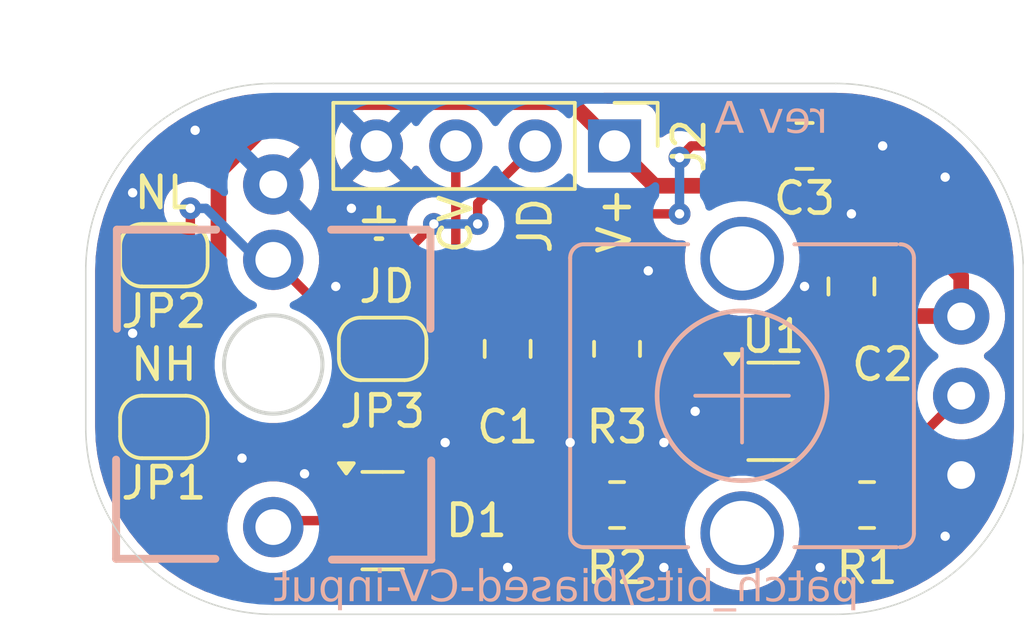
<source format=kicad_pcb>
(kicad_pcb (version 20241229) (generator "pcbnew") (generator_version "9.0")
  (layers (0 "F.Cu" signal) (2 "B.Cu" power) (13 "F.Paste" user) (15 "B.Paste" user) (5 "F.SilkS" user "F.Silkscreen") (7 "B.SilkS" user "B.Silkscreen") (1 "F.Mask" user) (3 "B.Mask" user) (25 "Edge.Cuts" user))
  (net 0 "")
  (net 1 "Net-(C1-Pad1)")
  (net 2 "/CV")
  (net 3 "+3.3V")
  (net 4 "GND")
  (net 5 "Net-(D1-COM)")
  (net 6 "Net-(J1-SW)")
  (net 7 "/JACK_DETECT")
  (net 8 "Net-(U1-+)")
  (net 9 "Net-(R1-Pad1)")
  (net 10 "Net-(U1--)")
  (footprint "Capacitor_SMD:C_0805_2012Metric" (layer "F.Cu") (at 128 62 180)
    (property "Reference" "C3" (at 0 -1.68 0) (layer "F.SilkS"))
    (property "Value" "100nF")
    (fp_line (start -0.261252 0.735) (end 0.261252 0.735) (stroke (width 0.12)) (layer "F.SilkS"))
    (fp_line (start -0.261252 -0.735) (end 0.261252 -0.735) (stroke (width 0.12)) (layer "F.SilkS"))
    (pad "1" smd roundrect (at -0.95 0 180) (size 1 1.45) (layers "F.Cu" "F.Mask" "F.Paste") (net 4 "GND"))
    (pad "2" smd roundrect (at 0.95 0 180) (size 1 1.45) (layers "F.Cu" "F.Mask" "F.Paste") (net 2 "/CV"))
  )
  (footprint "Connector_PinHeader_2.54mm:PinHeader_1x04_P2.54mm_Vertical" (layer "F.Cu") (at 121.92 62 -90)
    (property "Reference" "J2" (at 0 -2.38 90) (layer "F.SilkS"))
    (property "Value" "Conn_01x04")
    (fp_line (start -1.38 9) (end 1.38 9) (stroke (width 0.12)) (layer "F.SilkS"))
    (fp_line (start -1.38 1.27) (end -1.38 9) (stroke (width 0.12)) (layer "F.SilkS"))
    (fp_line (start -1.38 1.27) (end 1.38 1.27) (stroke (width 0.12)) (layer "F.SilkS"))
    (fp_line (start 1.38 1.27) (end 1.38 9) (stroke (width 0.12)) (layer "F.SilkS"))
    (fp_line (start -1.38 0) (end -1.38 -1.38) (stroke (width 0.12)) (layer "F.SilkS"))
    (fp_line (start -1.38 -1.38) (end 0 -1.38) (stroke (width 0.12)) (layer "F.SilkS"))
    (pad "1" thru_hole rect (at 0 0 270) (size 1.7 1.7) (drill 1) (layers "*.Cu" "*.Mask") (net 3 "+3.3V"))
    (pad "2" thru_hole circle (at 0 2.54 270) (size 1.7 1.7) (drill 1) (layers "*.Cu" "*.Mask") (net 7 "/JACK_DETECT"))
    (pad "3" thru_hole circle (at 0 5.08 270) (size 1.7 1.7) (drill 1) (layers "*.Cu" "*.Mask") (net 2 "/CV"))
    (pad "4" thru_hole circle (at 0 7.62 270) (size 1.7 1.7) (drill 1) (layers "*.Cu" "*.Mask") (net 4 "GND"))
  )
  (footprint "Capacitor_SMD:C_0805_2012Metric" (layer "F.Cu") (at 118.5 68.5 90)
    (property "Reference" "C1" (at -2.5 0 180) (layer "F.SilkS"))
    (property "Value" "100nF")
    (fp_line (start -0.261252 -0.735) (end 0.261252 -0.735) (stroke (width 0.12)) (layer "F.SilkS"))
    (fp_line (start -0.261252 0.735) (end 0.261252 0.735) (stroke (width 0.12)) (layer "F.SilkS"))
    (pad "1" smd roundrect (at -0.95 0 90) (size 1 1.45) (layers "F.Cu" "F.Mask" "F.Paste") (net 1 "Net-(C1-Pad1)"))
    (pad "2" smd roundrect (at 0.95 0 90) (size 1 1.45) (layers "F.Cu" "F.Mask" "F.Paste") (net 2 "/CV"))
  )
  (footprint "Resistor_SMD:R_0805_2012Metric" (layer "F.Cu") (at 122 73.5)
    (property "Reference" "R2" (at 0 2 0) (layer "F.SilkS"))
    (property "Value" "100k")
    (fp_line (start -0.227064 -0.735) (end 0.227064 -0.735) (stroke (width 0.12)) (layer "F.SilkS"))
    (fp_line (start -0.227064 0.735) (end 0.227064 0.735) (stroke (width 0.12)) (layer "F.SilkS"))
    (pad "1" smd roundrect (at -0.9125 0) (size 1.025 1.4) (layers "F.Cu" "F.Mask" "F.Paste") (roundrect_rratio 0.243902) (net 5 "Net-(D1-COM)"))
    (pad "2" smd roundrect (at 0.9125 0) (size 1.025 1.4) (layers "F.Cu" "F.Mask" "F.Paste") (roundrect_rratio 0.243902) (net 8 "Net-(U1-+)"))
  )
  (footprint "Package_TO_SOT_SMD:SOT-23-5" (layer "F.Cu") (at 127 70.5)
    (property "Reference" "U1" (at 0 -2.4 0) (layer "F.SilkS"))
    (property "Value" "TLV9061xDBV")
    (fp_line (start 0 -1.56) (end -0.8 -1.56) (stroke (width 0.12)) (layer "F.SilkS"))
    (fp_line (start 0 -1.56) (end 0.8 -1.56) (stroke (width 0.12)) (layer "F.SilkS"))
    (fp_line (start 0 1.56) (end -0.8 1.56) (stroke (width 0.12)) (layer "F.SilkS"))
    (fp_line (start 0 1.56) (end 0.8 1.56) (stroke (width 0.12)) (layer "F.SilkS"))
    (fp_poly (pts (xy -1.3 -1.51) (xy -1.54 -1.84) (xy -1.06 -1.84)) (stroke (width 0.12)) (fill yes) (layer "F.SilkS"))
    (pad "1" smd roundrect (at -1.1375 -0.95) (size 1.325 0.6) (layers "F.Cu" "F.Mask" "F.Paste") (net 10 "Net-(U1--)"))
    (pad "2" smd roundrect (at -1.1375 0) (size 1.325 0.6) (layers "F.Cu" "F.Mask" "F.Paste") (net 4 "GND"))
    (pad "3" smd roundrect (at -1.1375 0.95) (size 1.325 0.6) (layers "F.Cu" "F.Mask" "F.Paste") (net 8 "Net-(U1-+)"))
    (pad "4" smd roundrect (at 1.1375 0.95) (size 1.325 0.6) (layers "F.Cu" "F.Mask" "F.Paste") (net 10 "Net-(U1--)"))
    (pad "5" smd roundrect (at 1.1375 -0.95) (size 1.325 0.6) (layers "F.Cu" "F.Mask" "F.Paste") (net 3 "+3.3V"))
  )
  (footprint "Capacitor_SMD:C_0805_2012Metric" (layer "F.Cu") (at 129.5 66.5 -90)
    (property "Reference" "C2" (at 2.5 -1 180) (layer "F.SilkS"))
    (property "Value" "100nF")
    (fp_line (start -0.261252 0.735) (end 0.261252 0.735) (stroke (width 0.12)) (layer "F.SilkS"))
    (fp_line (start -0.261252 -0.735) (end 0.261252 -0.735) (stroke (width 0.12)) (layer "F.SilkS"))
    (pad "1" smd roundrect (at -0.95 0 270) (size 1 1.45) (layers "F.Cu" "F.Mask" "F.Paste") (net 4 "GND"))
    (pad "2" smd roundrect (at 0.95 0 270) (size 1 1.45) (layers "F.Cu" "F.Mask" "F.Paste") (net 3 "+3.3V"))
  )
  (footprint "Package_TO_SOT_SMD:SOT-23" (layer "F.Cu") (at 114.5 74)
    (property "Reference" "D1" (at 3 0 180) (layer "F.SilkS"))
    (property "Value" "BAT54S")
    (fp_line (start 0 -1.56) (end -0.65 -1.56) (stroke (width 0.12)) (layer "F.SilkS"))
    (fp_line (start 0 -1.56) (end 0.65 -1.56) (stroke (width 0.12)) (layer "F.SilkS"))
    (fp_line (start 0 1.56) (end -0.65 1.56) (stroke (width 0.12)) (layer "F.SilkS"))
    (fp_line (start 0 1.56) (end 0.65 1.56) (stroke (width 0.12)) (layer "F.SilkS"))
    (fp_poly (pts (xy -1.1625 -1.51) (xy -1.4025 -1.84) (xy -0.9225 -1.84)) (stroke (width 0.12)) (fill yes) (layer "F.SilkS"))
    (pad "1" smd roundrect (at -0.9375 -0.95) (size 1.475 0.6) (layers "F.Cu" "F.Mask" "F.Paste") (net 4 "GND"))
    (pad "2" smd roundrect (at -0.9375 0.95) (size 1.475 0.6) (layers "F.Cu" "F.Mask" "F.Paste") (net 3 "+3.3V"))
    (pad "3" smd roundrect (at 0.9375 0) (size 1.475 0.6) (layers "F.Cu" "F.Mask" "F.Paste") (net 5 "Net-(D1-COM)"))
  )
  (footprint "Resistor_SMD:R_0805_2012Metric" (layer "F.Cu") (at 122 68.5 -90)
    (property "Reference" "R3" (at 2.5 0 180) (layer "F.SilkS"))
    (property "Value" "100R")
    (fp_line (start -0.227064 0.735) (end 0.227064 0.735) (stroke (width 0.12)) (layer "F.SilkS"))
    (fp_line (start -0.227064 -0.735) (end 0.227064 -0.735) (stroke (width 0.12)) (layer "F.SilkS"))
    (pad "1" smd roundrect (at -0.9125 0 270) (size 1.025 1.4) (layers "F.Cu" "F.Mask" "F.Paste") (roundrect_rratio 0.243902) (net 10 "Net-(U1--)"))
    (pad "2" smd roundrect (at 0.9125 0 270) (size 1.025 1.4) (layers "F.Cu" "F.Mask" "F.Paste") (roundrect_rratio 0.243902) (net 1 "Net-(C1-Pad1)"))
  )
  (footprint "Jumper:SolderJumper-2_P1.3mm_Open_RoundedPad1.0x1.5mm" (layer "F.Cu") (at 107.5 65.5 180)
    (property "Reference" "JP2" (at 0 -1.8 180) (layer "F.SilkS"))
    (property "Value" "NORMAL_LOW")
    (fp_line (start 1.4 -0.3) (end 1.4 0.3) (stroke (width 0.12)) (layer "F.SilkS"))
    (fp_line (start 0.7 1) (end -0.7 1) (stroke (width 0.12)) (layer "F.SilkS"))
    (fp_line (start -0.7 -1) (end 0.7 -1) (stroke (width 0.12)) (layer "F.SilkS"))
    (fp_line (start -1.4 0.3) (end -1.4 -0.3) (stroke (width 0.12)) (layer "F.SilkS"))
    (fp_arc (start 1.4 0.3) (mid 1.194975 0.794975) (end 0.7 1) (stroke (width 0.12)) (layer "F.SilkS"))
    (fp_arc (start 0.7 -1) (mid 1.194975 -0.794975) (end 1.4 -0.3) (stroke (width 0.12)) (layer "F.SilkS"))
    (fp_arc (start -0.7 1) (mid -1.194975 0.794975) (end -1.4 0.3) (stroke (width 0.12)) (layer "F.SilkS"))
    (fp_arc (start -1.4 -0.3) (mid -1.194975 -0.794975) (end -0.7 -1) (stroke (width 0.12)) (layer "F.SilkS"))
    (pad "1" smd custom (at -0.65 0 180) (size 1 0.5) (layers "F.Cu" "F.Mask") (net 6 "Net-(J1-SW)") (options (clearance outline) (anchor rect)) (primitives (gr_circle (center 0 0.25) (end 0.5 0.25) (width 0) (fill yes)) (gr_circle (center 0 -0.25) (end 0.5 -0.25) (width 0) (fill yes)) (gr_poly (pts (xy 0.5 0.75) (xy 0 0.75) (xy 0 -0.75) (xy 0.5 -0.75)) (width 0) (fill yes))))
    (pad "2" smd custom (at 0.65 0 180) (size 1 0.5) (layers "F.Cu" "F.Mask") (net 4 "GND") (options (clearance outline) (anchor rect)) (primitives (gr_circle (center 0 0.25) (end 0.5 0.25) (width 0) (fill yes)) (gr_circle (center 0 -0.25) (end 0.5 -0.25) (width 0) (fill yes)) (gr_poly (pts (xy 0 0.75) (xy -0.5 0.75) (xy -0.5 -0.75) (xy 0 -0.75)) (width 0) (fill yes))))
  )
  (footprint "Jumper:SolderJumper-2_P1.3mm_Open_RoundedPad1.0x1.5mm" (layer "F.Cu") (at 114.5 68.5)
    (property "Reference" "JP3" (at 0 2 0) (layer "F.SilkS"))
    (property "Value" "JACK_DETECT")
    (fp_line (start -1.4 0.3) (end -1.4 -0.3) (stroke (width 0.12)) (layer "F.SilkS"))
    (fp_line (start -0.7 -1) (end 0.7 -1) (stroke (width 0.12)) (layer "F.SilkS"))
    (fp_line (start 0.7 1) (end -0.7 1) (stroke (width 0.12)) (layer "F.SilkS"))
    (fp_line (start 1.4 -0.3) (end 1.4 0.3) (stroke (width 0.12)) (layer "F.SilkS"))
    (fp_arc (start -1.4 -0.3) (mid -1.194975 -0.794975) (end -0.7 -1) (stroke (width 0.12)) (layer "F.SilkS"))
    (fp_arc (start -0.7 1) (mid -1.194975 0.794975) (end -1.4 0.3) (stroke (width 0.12)) (layer "F.SilkS"))
    (fp_arc (start 0.7 -1) (mid 1.194975 -0.794975) (end 1.4 -0.3) (stroke (width 0.12)) (layer "F.SilkS"))
    (fp_arc (start 1.4 0.3) (mid 1.194975 0.794975) (end 0.7 1) (stroke (width 0.12)) (layer "F.SilkS"))
    (pad "1" smd custom (at -0.65 0) (size 1 0.5) (layers "F.Cu" "F.Mask") (net 6 "Net-(J1-SW)") (options (clearance outline) (anchor rect)) (primitives (gr_circle (center 0 0.25) (end 0.5 0.25) (width 0) (fill yes)) (gr_circle (center 0 -0.25) (end 0.5 -0.25) (width 0) (fill yes)) (gr_poly (pts (xy 0.5 0.75) (xy 0 0.75) (xy 0 -0.75) (xy 0.5 -0.75)) (width 0) (fill yes))))
    (pad "2" smd custom (at 0.65 0) (size 1 0.5) (layers "F.Cu" "F.Mask") (net 7 "/JACK_DETECT") (options (clearance outline) (anchor rect)) (primitives (gr_circle (center 0 0.25) (end 0.5 0.25) (width 0) (fill yes)) (gr_circle (center 0 -0.25) (end 0.5 -0.25) (width 0) (fill yes)) (gr_poly (pts (xy 0 0.75) (xy -0.5 0.75) (xy -0.5 -0.75) (xy 0 -0.75)) (width 0) (fill yes))))
  )
  (footprint "Resistor_SMD:R_0805_2012Metric" (layer "F.Cu") (at 130 73.5 180)
    (property "Reference" "R1" (at 0 -2 0) (layer "F.SilkS"))
    (property "Value" "100k")
    (fp_line (start -0.227064 0.735) (end 0.227064 0.735) (stroke (width 0.12)) (layer "F.SilkS"))
    (fp_line (start -0.227064 -0.735) (end 0.227064 -0.735) (stroke (width 0.12)) (layer "F.SilkS"))
    (pad "1" smd roundrect (at -0.9125 0 180) (size 1.025 1.4) (layers "F.Cu" "F.Mask" "F.Paste") (roundrect_rratio 0.243902) (net 9 "Net-(R1-Pad1)"))
    (pad "2" smd roundrect (at 0.9125 0 180) (size 1.025 1.4) (layers "F.Cu" "F.Mask" "F.Paste") (roundrect_rratio 0.243902) (net 8 "Net-(U1-+)"))
  )
  (footprint "Jumper:SolderJumper-2_P1.3mm_Open_RoundedPad1.0x1.5mm" (layer "F.Cu") (at 107.5 71 180)
    (property "Reference" "JP1" (at 0 -1.8 180) (layer "F.SilkS"))
    (property "Value" "NORMAL_HIGH")
    (fp_line (start 1.4 -0.3) (end 1.4 0.3) (stroke (width 0.12)) (layer "F.SilkS"))
    (fp_line (start 0.7 1) (end -0.7 1) (stroke (width 0.12)) (layer "F.SilkS"))
    (fp_line (start -0.7 -1) (end 0.7 -1) (stroke (width 0.12)) (layer "F.SilkS"))
    (fp_line (start -1.4 0.3) (end -1.4 -0.3) (stroke (width 0.12)) (layer "F.SilkS"))
    (fp_arc (start 1.4 0.3) (mid 1.194975 0.794975) (end 0.7 1) (stroke (width 0.12)) (layer "F.SilkS"))
    (fp_arc (start 0.7 -1) (mid 1.194975 -0.794975) (end 1.4 -0.3) (stroke (width 0.12)) (layer "F.SilkS"))
    (fp_arc (start -0.7 1) (mid -1.194975 0.794975) (end -1.4 0.3) (stroke (width 0.12)) (layer "F.SilkS"))
    (fp_arc (start -1.4 -0.3) (mid -1.194975 -0.794975) (end -0.7 -1) (stroke (width 0.12)) (layer "F.SilkS"))
    (pad "1" smd custom (at -0.65 0 180) (size 1 0.5) (layers "F.Cu" "F.Mask") (net 6 "Net-(J1-SW)") (options (clearance outline) (anchor rect)) (primitives (gr_circle (center 0 0.25) (end 0.5 0.25) (width 0) (fill yes)) (gr_circle (center 0 -0.25) (end 0.5 -0.25) (width 0) (fill yes)) (gr_poly (pts (xy 0.5 0.75) (xy 0 0.75) (xy 0 -0.75) (xy 0.5 -0.75)) (width 0) (fill yes))))
    (pad "2" smd custom (at 0.65 0 180) (size 1 0.5) (layers "F.Cu" "F.Mask") (net 3 "+3.3V") (options (clearance outline) (anchor rect)) (primitives (gr_circle (center 0 0.25) (end 0.5 0.25) (width 0) (fill yes)) (gr_circle (center 0 -0.25) (end 0.5 -0.25) (width 0) (fill yes)) (gr_poly (pts (xy 0 0.75) (xy -0.5 0.75) (xy -0.5 -0.75) (xy 0 -0.75)) (width 0) (fill yes))))
  )
  (footprint "elemental_jack:EighthInch_PJ398SM" (layer "B.Cu") (at 111 69 90)
    (property "Reference" "J1" (hide yes))
    (property "Value" "3.5mm_Mono_Switched" (hide yes))
    (fp_line (start -6.223 -5.0292) (end -3.048 -5.0292) (stroke (width 0.254)) (layer "B.SilkS"))
    (fp_line (start 4.318 -5.0038) (end 4.318 -1.8288) (stroke (width 0.254)) (layer "B.SilkS"))
    (fp_line (start 1.143 -5.0038) (end 4.318 -5.0038) (stroke (width 0.254)) (layer "B.SilkS"))
    (fp_line (start -6.223 -1.8542) (end -6.223 -5.0292) (stroke (width 0.254)) (layer "B.SilkS"))
    (fp_line (start 4.318 1.8542) (end 4.318 5.0292) (stroke (width 0.254)) (layer "B.SilkS"))
    (fp_line (start 4.318 5.0292) (end 1.143 5.0292) (stroke (width 0.254)) (layer "B.SilkS"))
    (fp_line (start -3.0734 5.0546) (end -6.2484 5.0546) (stroke (width 0.254)) (layer "B.SilkS"))
    (fp_line (start -6.2484 5.0546) (end -6.2484 1.8796) (stroke (width 0.254)) (layer "B.SilkS"))
    (fp_circle (center 0 0) (end 1.5748 0) (stroke (width 0.127)) (fill no) (layer "Edge.Cuts"))
    (pad "1" thru_hole circle (at -5.207 0 90) (size 1.9304 1.9304) (drill 1.143) (layers "*.Cu" "*.Mask") (net 5 "Net-(D1-COM)"))
    (pad "2" thru_hole circle (at 5.7658 0 90) (size 1.9304 1.9304) (drill 0.889) (layers "*.Cu" "*.Mask") (net 4 "GND"))
    (pad "3" thru_hole circle (at 3.3528 0 90) (size 1.9304 1.9304) (drill 1.143) (layers "*.Cu" "*.Mask") (net 6 "Net-(J1-SW)"))
  )
  (footprint "elemental_potentiometer:Pot_9mm_Knurl_NoDet" (layer "B.Cu") (at 126 70 90)
    (property "Reference" "RV2" (hide yes))
    (property "Value" "RV_9mm_10k_Knurled_NoDet" (hide yes))
    (fp_line (start -4.41 -5.5) (end 4.41 -5.5) (stroke (width 0.127)) (layer "B.SilkS"))
    (fp_line (start 4.85 -1.7272) (end 4.85 -5.06) (stroke (width 0.127)) (layer "B.SilkS"))
    (fp_line (start -4.85 -1.7272) (end -4.85 -5.06) (stroke (width 0.127)) (layer "B.SilkS"))
    (fp_line (start 0 -1.5) (end 0 1.5) (stroke (width 0.12)) (layer "B.SilkS"))
    (fp_line (start -1.5 0) (end 1.5 0) (stroke (width 0.12)) (layer "B.SilkS"))
    (fp_line (start 4.85 4.95) (end 4.85 1.6764) (stroke (width 0.127)) (layer "B.SilkS"))
    (fp_line (start -4.85 4.95) (end -4.85 1.6764) (stroke (width 0.127)) (layer "B.SilkS"))
    (fp_line (start 4.41 5.5) (end -4.41 5.5) (stroke (width 0.127)) (layer "B.SilkS"))
    (fp_arc (start 4.41 -5.5) (mid 4.724636 -5.367578) (end 4.849887 -5.050018) (stroke (width 0.127)) (layer "B.SilkS"))
    (fp_arc (start -4.85 -5.06) (mid -4.717578 -5.374637) (end -4.400018 -5.499887) (stroke (width 0.127)) (layer "B.SilkS"))
    (fp_arc (start 1.651 2.159) (mid -1.651 -2.159) (end 1.651 2.159) (stroke (width 0.15)) (layer "B.SilkS"))
    (fp_arc (start 4.85 5.06) (mid 4.717578 5.374636) (end 4.400018 5.499887) (stroke (width 0.127)) (layer "B.SilkS"))
    (fp_arc (start -4.41 5.5) (mid -4.724637 5.367578) (end -4.849887 5.050018) (stroke (width 0.127)) (layer "B.SilkS"))
    (pad "1" thru_hole circle (at 2.539837 7.012243 180) (size 1.8034 1.8034) (drill 0.889) (layers "*.Cu" "*.Mask") (net 3 "+3.3V"))
    (pad "2" thru_hole circle (at -0.000163 7.012243 180) (size 1.8034 1.8034) (drill 0.889) (layers "*.Cu" "*.Mask") (net 9 "Net-(R1-Pad1)"))
    (pad "3" thru_hole circle (at -2.540163 7.012243) (size 1.8034 1.8034) (drill 0.889) (layers "*.Cu" "*.Mask") (net 4 "GND"))
    (pad "4" thru_hole circle (at 4.394037 0.001843 90) (size 2.667 2.667) (drill 2.0574) (layers "*.Cu" "*.Mask"))
    (pad "5" thru_hole circle (at -4.394363 0.001843 90) (size 2.667 2.667) (drill 2.0574) (layers "*.Cu" "*.Mask"))
  )
  (gr_line (start 105 71) (end 105 66) (stroke (width 0.05)) (layer "Edge.Cuts"))
  (gr_line (start 111 60) (end 129 60) (stroke (width 0.05)) (layer "Edge.Cuts"))
  (gr_line (start 135 66) (end 135 71) (stroke (width 0.05)) (layer "Edge.Cuts"))
  (gr_arc (start 135 71) (mid 133.242641 75.242641) (end 129 77) (stroke (width 0.05)) (layer "Edge.Cuts"))
  (gr_arc (start 105 66) (mid 106.757359 61.757359) (end 111 60) (stroke (width 0.05)) (layer "Edge.Cuts"))
  (gr_arc (start 129 60) (mid 133.242641 61.757359) (end 135 66) (stroke (width 0.05)) (layer "Edge.Cuts"))
  (gr_line (start 129 77) (end 111 77) (stroke (width 0.05)) (layer "Edge.Cuts"))
  (gr_arc (start 111 77) (mid 106.757359 75.242641) (end 105 71) (stroke (width 0.05)) (layer "Edge.Cuts"))
  (gr_text "NL" (at 107.5 63.5 0) (layer "F.SilkS") (effects (font (size 1 1))))
  (gr_text "V+" (at 121.92 65.532 90) (layer "F.SilkS") (effects (font (size 1 1)) (justify left)))
  (gr_text "⏚" (at 113.665 64.516 0) (layer "F.SilkS") (effects (font (size 1 1)) (justify left)))
  (gr_text "CV" (at 116.84 65.532 90) (layer "F.SilkS") (effects (font (size 1 1)) (justify left)))
  (gr_text "NH" (at 107.5 69 0) (layer "F.SilkS") (effects (font (size 1 1))))
  (gr_text "JD" (at 114.636 66.5 0) (layer "F.SilkS") (effects (font (size 1 1))))
  (gr_text "JD" (at 119.38 65.532 90) (layer "F.SilkS") (effects (font (size 1 1)) (justify left)))
  (gr_text "rev A" (at 128.75 61.75 0) (layer "B.SilkS") (effects (font (size 1 1)) (justify left bottom mirror)))
  (gr_text "patch_bits/biased-CV-input" (at 129.75 76.75 0) (layer "B.SilkS") (effects (font (size 1 1)) (justify left bottom mirror)))
  (segment (start 118.5375 69.4125) (end 118.5 69.45) (width 0.3) (layer "F.Cu") (net 1))
  (segment (start 122 69.4125) (end 118.5375 69.4125) (width 0.3) (layer "F.Cu") (net 1))
  (segment (start 124 62.376) (end 124.376 62) (width 0.3) (layer "F.Cu") (net 2))
  (segment (start 124.376 62) (end 127.05 62) (width 0.3) (layer "F.Cu") (net 2))
  (segment (start 118.5 67.55) (end 121.874 64.176) (width 0.3) (layer "F.Cu") (net 2))
  (segment (start 121.874 64.176) (end 124 64.176) (width 0.3) (layer "F.Cu") (net 2))
  (segment (start 116.84 65.89) (end 116.84 62) (width 0.3) (layer "F.Cu") (net 2))
  (segment (start 118.5 67.55) (end 116.84 65.89) (width 0.3) (layer "F.Cu") (net 2))
  (via (at 124 62.376) (size 0.7) (drill 0.3) (layers "F.Cu" "B.Cu") (net 2))
  (via (at 124 64.176) (size 0.7) (drill 0.3) (layers "F.Cu" "B.Cu") (net 2))
  (segment (start 124 64.176) (end 124 62.376) (width 0.3) (layer "B.Cu") (net 2))
  (segment (start 130.103276 63.276) (end 133.012243 66.184967) (width 0.5) (layer "F.Cu") (net 3))
  (segment (start 129.5 67.45) (end 133.00208 67.45) (width 0.5) (layer "F.Cu") (net 3))
  (segment (start 106.85 72.85) (end 110 76) (width 0.5) (layer "F.Cu") (net 3))
  (segment (start 112.5125 76) (end 113.5625 74.95) (width 0.5) (layer "F.Cu") (net 3))
  (segment (start 106.85 71) (end 106.85 72.85) (width 0.5) (layer "F.Cu") (net 3))
  (segment (start 121.92 62) (end 120.519 60.599) (width 0.5) (layer "F.Cu") (net 3))
  (segment (start 128.1375 68.8125) (end 129.5 67.45) (width 0.5) (layer "F.Cu") (net 3))
  (segment (start 110 76) (end 112.5125 76) (width 0.5) (layer "F.Cu") (net 3))
  (segment (start 123.196 63.276) (end 130.103276 63.276) (width 0.5) (layer "F.Cu") (net 3))
  (segment (start 111.490969 60.599) (end 109.246832 62.843137) (width 0.5) (layer "F.Cu") (net 3))
  (segment (start 109.246832 67.5) (end 106.85 69.896832) (width 0.5) (layer "F.Cu") (net 3))
  (segment (start 133.00208 67.45) (end 133.012243 67.460163) (width 0.5) (layer "F.Cu") (net 3))
  (segment (start 109.246832 62.843137) (end 109.246832 67.5) (width 0.5) (layer "F.Cu") (net 3))
  (segment (start 120.519 60.599) (end 111.490969 60.599) (width 0.5) (layer "F.Cu") (net 3))
  (segment (start 121.92 62) (end 123.196 63.276) (width 0.5) (layer "F.Cu") (net 3))
  (segment (start 133.012243 66.184967) (end 133.012243 67.460163) (width 0.5) (layer "F.Cu") (net 3))
  (segment (start 128.1375 69.55) (end 128.1375 68.8125) (width 0.5) (layer "F.Cu") (net 3))
  (segment (start 106.85 69.896832) (end 106.85 71) (width 0.5) (layer "F.Cu") (net 3))
  (segment (start 129.5 65.55) (end 129.5 64.176) (width 0.7) (layer "F.Cu") (net 4))
  (segment (start 106.85 63.85) (end 106.5 63.5) (width 0.7) (layer "F.Cu") (net 4))
  (segment (start 125.8625 70.5) (end 124.5 70.5) (width 0.7) (layer "F.Cu") (net 4))
  (segment (start 113.5625 73.05) (end 112.55 73.05) (width 0.7) (layer "F.Cu") (net 4))
  (segment (start 112.55 73.05) (end 112 72.5) (width 0.7) (layer "F.Cu") (net 4))
  (segment (start 106.85 65.5) (end 106.85 63.85) (width 0.7) (layer "F.Cu") (net 4))
  (segment (start 128.95 62) (end 130.5 62) (width 0.7) (layer "F.Cu") (net 4))
  (via (at 113.5 64) (size 0.6) (drill 0.3) (layers "F.Cu" "B.Cu") (net 4))
  (via (at 130.5 62) (size 0.7) (drill 0.3) (layers "F.Cu" "B.Cu") (net 4))
  (via (at 132.5 74.5) (size 0.6) (drill 0.3) (layers "F.Cu" "B.Cu") (net 4))
  (via (at 128.5 75.5) (size 0.6) (drill 0.3) (layers "F.Cu" "B.Cu") (net 4))
  (via (at 106.5 68) (size 0.6) (drill 0.3) (layers "F.Cu" "B.Cu") (net 4))
  (via (at 123.5 71.5) (size 0.6) (drill 0.3) (layers "F.Cu" "B.Cu") (net 4))
  (via (at 132.5 63) (size 0.6) (drill 0.3) (layers "F.Cu" "B.Cu") (net 4))
  (via (at 112 72.5) (size 0.7) (drill 0.3) (layers "F.Cu" "B.Cu") (net 4))
  (via (at 123.5 75.5) (size 0.6) (drill 0.3) (layers "F.Cu" "B.Cu") (net 4))
  (via (at 106.5 63.5) (size 0.7) (drill 0.3) (layers "F.Cu" "B.Cu") (net 4))
  (via (at 120.5 71.5) (size 0.6) (drill 0.3) (layers "F.Cu" "B.Cu") (net 4))
  (via (at 113 66.5) (size 0.6) (drill 0.3) (layers "F.Cu" "B.Cu") (net 4))
  (via (at 110 72) (size 0.6) (drill 0.3) (layers "F.Cu" "B.Cu") (net 4))
  (via (at 123 66) (size 0.6) (drill 0.3) (layers "F.Cu" "B.Cu") (net 4))
  (via (at 116.5 71.5) (size 0.6) (drill 0.3) (layers "F.Cu" "B.Cu") (net 4))
  (via (at 128 66.5) (size 0.6) (drill 0.3) (layers "F.Cu" "B.Cu") (net 4))
  (via (at 118.5 75.5) (size 0.6) (drill 0.3) (layers "F.Cu" "B.Cu") (net 4))
  (via (at 108.5 61.5) (size 0.6) (drill 0.3) (layers "F.Cu" "B.Cu") (net 4))
  (via (at 124.5 70.5) (size 0.7) (drill 0.3) (layers "F.Cu" "B.Cu") (net 4))
  (via (at 129.5 64.176) (size 0.7) (drill 0.3) (layers "F.Cu" "B.Cu") (net 4))
  (segment (start 115.4375 74) (end 120.5875 74) (width 0.3) (layer "F.Cu") (net 5))
  (segment (start 111.207 74) (end 115.4375 74) (width 0.3) (layer "F.Cu") (net 5))
  (segment (start 120.5875 74) (end 121.0875 73.5) (width 0.3) (layer "F.Cu") (net 5))
  (segment (start 111 74.207) (end 111.207 74) (width 0.3) (layer "F.Cu") (net 5))
  (segment (start 111 65.6472) (end 113.85 68.4972) (width 0.3) (layer "F.Cu") (net 6))
  (segment (start 108.1758 71.0258) (end 108.15 71) (width 0.3) (layer "F.Cu") (net 6))
  (segment (start 108.346832 65.303168) (end 108.15 65.5) (width 0.3) (layer "F.Cu") (net 6))
  (segment (start 108.346832 64) (end 108.346832 65.303168) (width 0.3) (layer "F.Cu") (net 6))
  (segment (start 113.85 69.014914) (end 111.839114 71.0258) (width 0.3) (layer "F.Cu") (net 6))
  (segment (start 111.839114 71.0258) (end 108.1758 71.0258) (width 0.3) (layer "F.Cu") (net 6))
  (segment (start 113.85 68.4972) (end 113.85 68.5) (width 0.3) (layer "F.Cu") (net 6))
  (segment (start 113.85 68.5) (end 113.85 69.014914) (width 0.3) (layer "F.Cu") (net 6))
  (via (at 108.346832 64) (size 0.7) (drill 0.3) (layers "F.Cu" "B.Cu") (net 6))
  (segment (start 108.846832 64) (end 110.494032 65.6472) (width 0.3) (layer "B.Cu") (net 6))
  (segment (start 108.346832 64) (end 108.846832 64) (width 0.3) (layer "B.Cu") (net 6))
  (segment (start 110.494032 65.6472) (end 111 65.6472) (width 0.3) (layer "B.Cu") (net 6))
  (segment (start 117.54 64.5) (end 117.54 63.84) (width 0.3) (layer "F.Cu") (net 7))
  (segment (start 117.54 63.84) (end 119.38 62) (width 0.3) (layer "F.Cu") (net 7))
  (segment (start 115.15 68.5) (end 115.15 65.49) (width 0.3) (layer "F.Cu") (net 7))
  (segment (start 115.15 65.49) (end 116.14 64.5) (width 0.3) (layer "F.Cu") (net 7))
  (via (at 116.14 64.5) (size 0.7) (drill 0.3) (layers "F.Cu" "B.Cu") (net 7))
  (via (at 117.54 64.5) (size 0.7) (drill 0.3) (layers "F.Cu" "B.Cu") (net 7))
  (segment (start 116.14 64.5) (end 117.54 64.5) (width 0.3) (layer "B.Cu") (net 7))
  (segment (start 127.9125 73.5) (end 125.8625 71.45) (width 0.3) (layer "F.Cu") (net 8))
  (segment (start 122.9125 73.5) (end 123.8125 73.5) (width 0.3) (layer "F.Cu") (net 8))
  (segment (start 123.8125 73.5) (end 125.8625 71.45) (width 0.3) (layer "F.Cu") (net 8))
  (segment (start 129.0875 73.5) (end 127.9125 73.5) (width 0.3) (layer "F.Cu") (net 8))
  (segment (start 130.9125 73.5) (end 130.9125 72.099906) (width 0.3) (layer "F.Cu") (net 9))
  (segment (start 130.9125 72.099906) (end 133.012243 70.000163) (width 0.3) (layer "F.Cu") (net 9))
  (segment (start 126.537499 69.55) (end 125.8625 69.55) (width 0.3) (layer "F.Cu") (net 10))
  (segment (start 125.55 69.55) (end 123.5875 67.5875) (width 0.3) (layer "F.Cu") (net 10))
  (segment (start 128.1375 71.150001) (end 126.537499 69.55) (width 0.3) (layer "F.Cu") (net 10))
  (segment (start 125.8625 69.55) (end 125.55 69.55) (width 0.3) (layer "F.Cu") (net 10))
  (segment (start 128.1375 71.45) (end 128.1375 71.150001) (width 0.3) (layer "F.Cu") (net 10))
  (segment (start 123.5875 67.5875) (end 122 67.5875) (width 0.3) (layer "F.Cu") (net 10))
  (zone (net 4) (net_name "GND") (layer "F.Cu") (priority 1) (connect_pads (clearance 0.5)) (min_thickness 0.25) (fill yes (thermal_gap 0.5) (thermal_bridge_width 0.5))
    (polygon (pts (xy 105 60) (xy 135 60) (xy 135 77) (xy 105 77)))
  )
  (zone (net 4) (net_name "GND") (layer "B.Cu") (connect_pads (clearance 0.5)) (min_thickness 0.25) (fill yes (thermal_gap 0.5) (thermal_bridge_width 0.5))
    (polygon (pts (xy 105 60) (xy 135 60) (xy 135 77) (xy 105 77)))
  )
)
</source>
